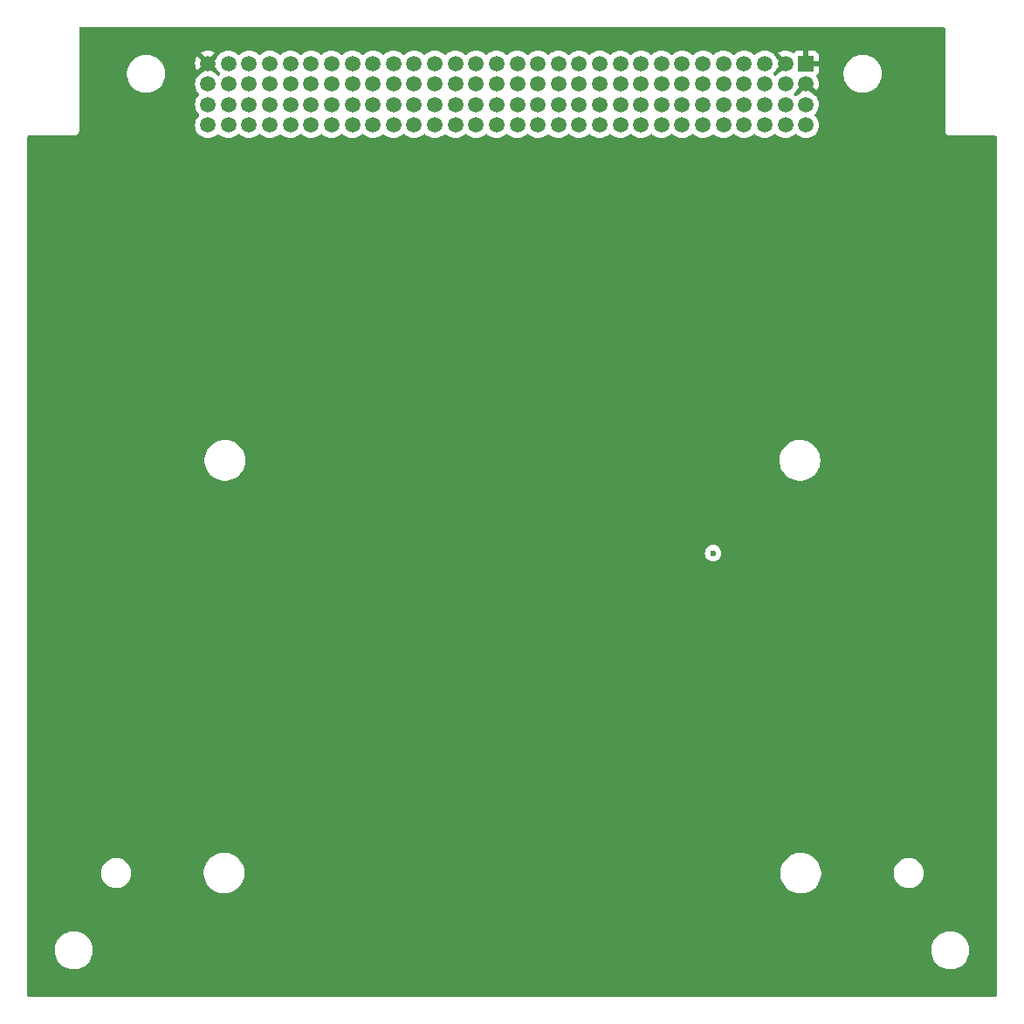
<source format=gbr>
%TF.GenerationSoftware,KiCad,Pcbnew,8.0.0*%
%TF.CreationDate,2025-01-17T01:01:01+02:00*%
%TF.ProjectId,diplomna_2024_bms_pcb_layout,6469706c-6f6d-46e6-915f-323032345f62,rev?*%
%TF.SameCoordinates,Original*%
%TF.FileFunction,Copper,L2,Inr*%
%TF.FilePolarity,Positive*%
%FSLAX46Y46*%
G04 Gerber Fmt 4.6, Leading zero omitted, Abs format (unit mm)*
G04 Created by KiCad (PCBNEW 8.0.0) date 2025-01-17 01:01:01*
%MOMM*%
%LPD*%
G01*
G04 APERTURE LIST*
%TA.AperFunction,ComponentPad*%
%ADD10R,1.500000X1.500000*%
%TD*%
%TA.AperFunction,ComponentPad*%
%ADD11C,1.500000*%
%TD*%
%TA.AperFunction,ViaPad*%
%ADD12C,0.600000*%
%TD*%
G04 APERTURE END LIST*
D10*
%TO.N,GND*%
%TO.C,J\u002A\u002A*%
X251000000Y-53500000D03*
D11*
X249000000Y-53500000D03*
%TO.N,N/C*%
X247000000Y-53500000D03*
X245000000Y-53500000D03*
X243000000Y-53500000D03*
X241000000Y-53500000D03*
X239000000Y-53500000D03*
X237000000Y-53500000D03*
X235000000Y-53500000D03*
X233000000Y-53500000D03*
X231000000Y-53500000D03*
X229000000Y-53500000D03*
X227000000Y-53500000D03*
X225000000Y-53500000D03*
X223000000Y-53500000D03*
X221000000Y-53500000D03*
X219000000Y-53500000D03*
X217000000Y-53500000D03*
X215000000Y-53500000D03*
X213000000Y-53500000D03*
X211000000Y-53500000D03*
X209000000Y-53500000D03*
X207000000Y-53500000D03*
X205000000Y-53500000D03*
X203000000Y-53500000D03*
X201000000Y-53500000D03*
X199000000Y-53500000D03*
X197000000Y-53500000D03*
X195000000Y-53500000D03*
%TO.N,GND*%
X193000000Y-53500000D03*
X251000000Y-55500000D03*
%TO.N,N/C*%
X249000000Y-55500000D03*
X247000000Y-55500000D03*
X245000000Y-55500000D03*
X243000000Y-55500000D03*
X241000000Y-55500000D03*
X239000000Y-55500000D03*
X237000000Y-55500000D03*
X235000000Y-55500000D03*
X233000000Y-55500000D03*
X231000000Y-55500000D03*
X229000000Y-55500000D03*
X227000000Y-55500000D03*
X225000000Y-55500000D03*
X223000000Y-55500000D03*
X221000000Y-55500000D03*
X219000000Y-55500000D03*
X217000000Y-55500000D03*
X215000000Y-55500000D03*
X213000000Y-55500000D03*
X211000000Y-55500000D03*
X209000000Y-55500000D03*
X207000000Y-55500000D03*
X205000000Y-55500000D03*
X203000000Y-55500000D03*
X201000000Y-55500000D03*
X199000000Y-55500000D03*
X197000000Y-55500000D03*
X195000000Y-55500000D03*
X193000000Y-55500000D03*
%TO.N,VDD*%
X251000000Y-57500000D03*
%TO.N,N/C*%
X249000000Y-57500000D03*
X247000000Y-57500000D03*
X245000000Y-57500000D03*
X243000000Y-57500000D03*
X241000000Y-57500000D03*
X239000000Y-57500000D03*
X237000000Y-57500000D03*
X235000000Y-57500000D03*
X233000000Y-57500000D03*
X231000000Y-57500000D03*
X229000000Y-57500000D03*
X227000000Y-57500000D03*
X225000000Y-57500000D03*
X223000000Y-57500000D03*
X221000000Y-57500000D03*
X219000000Y-57500000D03*
X217000000Y-57500000D03*
X215000000Y-57500000D03*
X213000000Y-57500000D03*
X211000000Y-57500000D03*
X209000000Y-57500000D03*
X207000000Y-57500000D03*
X205000000Y-57500000D03*
X203000000Y-57500000D03*
X201000000Y-57500000D03*
X199000000Y-57500000D03*
X197000000Y-57500000D03*
X195000000Y-57500000D03*
X193000000Y-57500000D03*
%TO.N,VDD*%
X251000000Y-59500000D03*
%TO.N,N/C*%
X249000000Y-59500000D03*
X247000000Y-59500000D03*
X245000000Y-59500000D03*
X243000000Y-59500000D03*
X241000000Y-59500000D03*
X239000000Y-59500000D03*
X237000000Y-59500000D03*
X235000000Y-59500000D03*
X233000000Y-59500000D03*
X231000000Y-59500000D03*
X229000000Y-59500000D03*
X227000000Y-59500000D03*
X225000000Y-59500000D03*
X223000000Y-59500000D03*
X221000000Y-59500000D03*
X219000000Y-59500000D03*
X217000000Y-59500000D03*
X215000000Y-59500000D03*
X213000000Y-59500000D03*
X211000000Y-59500000D03*
X209000000Y-59500000D03*
X207000000Y-59500000D03*
X205000000Y-59500000D03*
X203000000Y-59500000D03*
X201000000Y-59500000D03*
X199000000Y-59500000D03*
X197000000Y-59500000D03*
X195000000Y-59500000D03*
X193000000Y-59500000D03*
%TD*%
D12*
%TO.N,GND*%
X266000000Y-106000000D03*
X179500000Y-118500000D03*
%TO.N,VDD*%
X242000000Y-101000000D03*
%TD*%
%TA.AperFunction,Conductor*%
%TO.N,GND*%
G36*
X250534075Y-55692993D02*
G01*
X250599901Y-55807007D01*
X250692993Y-55900099D01*
X250807007Y-55965925D01*
X250870590Y-55982962D01*
X250515787Y-56337765D01*
X250480512Y-56362466D01*
X250372359Y-56412899D01*
X250193121Y-56538402D01*
X250087681Y-56643843D01*
X250026358Y-56677328D01*
X249956666Y-56672344D01*
X249912320Y-56643844D01*
X249856157Y-56587682D01*
X249822671Y-56526359D01*
X249827655Y-56456667D01*
X249856156Y-56412319D01*
X249906010Y-56362465D01*
X249961598Y-56306877D01*
X250087102Y-56127639D01*
X250137537Y-56019479D01*
X250162233Y-55984211D01*
X250517036Y-55629407D01*
X250534075Y-55692993D01*
G37*
%TD.AperFunction*%
%TA.AperFunction,Conductor*%
G36*
X193837764Y-53984210D02*
G01*
X193862465Y-54019486D01*
X193912897Y-54127638D01*
X193937998Y-54163486D01*
X194038402Y-54306877D01*
X194038406Y-54306881D01*
X194143844Y-54412319D01*
X194177329Y-54473642D01*
X194172345Y-54543334D01*
X194143844Y-54587681D01*
X194087681Y-54643844D01*
X194026358Y-54677329D01*
X193956666Y-54672345D01*
X193912319Y-54643844D01*
X193806881Y-54538406D01*
X193806877Y-54538402D01*
X193663486Y-54437998D01*
X193627638Y-54412897D01*
X193519486Y-54362465D01*
X193484210Y-54337764D01*
X193129409Y-53982962D01*
X193192993Y-53965925D01*
X193307007Y-53900099D01*
X193400099Y-53807007D01*
X193465925Y-53692993D01*
X193482962Y-53629409D01*
X193837764Y-53984210D01*
G37*
%TD.AperFunction*%
%TA.AperFunction,Conductor*%
G36*
X248534075Y-53692993D02*
G01*
X248599901Y-53807007D01*
X248692993Y-53900099D01*
X248807007Y-53965925D01*
X248870590Y-53982962D01*
X248515787Y-54337765D01*
X248480512Y-54362466D01*
X248372359Y-54412899D01*
X248193121Y-54538402D01*
X248087681Y-54643843D01*
X248026358Y-54677328D01*
X247956666Y-54672344D01*
X247912320Y-54643844D01*
X247856157Y-54587682D01*
X247822671Y-54526359D01*
X247827655Y-54456667D01*
X247856156Y-54412319D01*
X247906010Y-54362465D01*
X247961598Y-54306877D01*
X248087102Y-54127639D01*
X248137537Y-54019479D01*
X248162233Y-53984211D01*
X248517037Y-53629408D01*
X248534075Y-53692993D01*
G37*
%TD.AperFunction*%
%TA.AperFunction,Conductor*%
G36*
X264442539Y-50020185D02*
G01*
X264488294Y-50072989D01*
X264499500Y-50124500D01*
X264499500Y-60065891D01*
X264533608Y-60193187D01*
X264566554Y-60250250D01*
X264599500Y-60307314D01*
X264692686Y-60400500D01*
X264791521Y-60457563D01*
X264798510Y-60461598D01*
X264806814Y-60466392D01*
X264934108Y-60500500D01*
X265065892Y-60500500D01*
X269375500Y-60500500D01*
X269442539Y-60520185D01*
X269488294Y-60572989D01*
X269499500Y-60624500D01*
X269499500Y-143875500D01*
X269479815Y-143942539D01*
X269427011Y-143988294D01*
X269375500Y-143999500D01*
X175624500Y-143999500D01*
X175557461Y-143979815D01*
X175511706Y-143927011D01*
X175500500Y-143875500D01*
X175500500Y-139621288D01*
X178149500Y-139621288D01*
X178181161Y-139861785D01*
X178243947Y-140096104D01*
X178336773Y-140320205D01*
X178336776Y-140320212D01*
X178458064Y-140530289D01*
X178458066Y-140530292D01*
X178458067Y-140530293D01*
X178605733Y-140722736D01*
X178605739Y-140722743D01*
X178777256Y-140894260D01*
X178777262Y-140894265D01*
X178969711Y-141041936D01*
X179179788Y-141163224D01*
X179403900Y-141256054D01*
X179638211Y-141318838D01*
X179818586Y-141342584D01*
X179878711Y-141350500D01*
X179878712Y-141350500D01*
X180121289Y-141350500D01*
X180169388Y-141344167D01*
X180361789Y-141318838D01*
X180596100Y-141256054D01*
X180820212Y-141163224D01*
X181030289Y-141041936D01*
X181222738Y-140894265D01*
X181394265Y-140722738D01*
X181541936Y-140530289D01*
X181663224Y-140320212D01*
X181756054Y-140096100D01*
X181818838Y-139861789D01*
X181850500Y-139621288D01*
X263149500Y-139621288D01*
X263181161Y-139861785D01*
X263243947Y-140096104D01*
X263336773Y-140320205D01*
X263336776Y-140320212D01*
X263458064Y-140530289D01*
X263458066Y-140530292D01*
X263458067Y-140530293D01*
X263605733Y-140722736D01*
X263605739Y-140722743D01*
X263777256Y-140894260D01*
X263777262Y-140894265D01*
X263969711Y-141041936D01*
X264179788Y-141163224D01*
X264403900Y-141256054D01*
X264638211Y-141318838D01*
X264818586Y-141342584D01*
X264878711Y-141350500D01*
X264878712Y-141350500D01*
X265121289Y-141350500D01*
X265169388Y-141344167D01*
X265361789Y-141318838D01*
X265596100Y-141256054D01*
X265820212Y-141163224D01*
X266030289Y-141041936D01*
X266222738Y-140894265D01*
X266394265Y-140722738D01*
X266541936Y-140530289D01*
X266663224Y-140320212D01*
X266756054Y-140096100D01*
X266818838Y-139861789D01*
X266850500Y-139621288D01*
X266850500Y-139378712D01*
X266818838Y-139138211D01*
X266756054Y-138903900D01*
X266663224Y-138679788D01*
X266541936Y-138469711D01*
X266394265Y-138277262D01*
X266394260Y-138277256D01*
X266222743Y-138105739D01*
X266222736Y-138105733D01*
X266030293Y-137958067D01*
X266030292Y-137958066D01*
X266030289Y-137958064D01*
X265820212Y-137836776D01*
X265820205Y-137836773D01*
X265596104Y-137743947D01*
X265361785Y-137681161D01*
X265121289Y-137649500D01*
X265121288Y-137649500D01*
X264878712Y-137649500D01*
X264878711Y-137649500D01*
X264638214Y-137681161D01*
X264403895Y-137743947D01*
X264179794Y-137836773D01*
X264179785Y-137836777D01*
X263969706Y-137958067D01*
X263777263Y-138105733D01*
X263777256Y-138105739D01*
X263605739Y-138277256D01*
X263605733Y-138277263D01*
X263458067Y-138469706D01*
X263336777Y-138679785D01*
X263336773Y-138679794D01*
X263243947Y-138903895D01*
X263181161Y-139138214D01*
X263149500Y-139378711D01*
X263149500Y-139621288D01*
X181850500Y-139621288D01*
X181850500Y-139378712D01*
X181818838Y-139138211D01*
X181756054Y-138903900D01*
X181663224Y-138679788D01*
X181541936Y-138469711D01*
X181394265Y-138277262D01*
X181394260Y-138277256D01*
X181222743Y-138105739D01*
X181222736Y-138105733D01*
X181030293Y-137958067D01*
X181030292Y-137958066D01*
X181030289Y-137958064D01*
X180820212Y-137836776D01*
X180820205Y-137836773D01*
X180596104Y-137743947D01*
X180361785Y-137681161D01*
X180121289Y-137649500D01*
X180121288Y-137649500D01*
X179878712Y-137649500D01*
X179878711Y-137649500D01*
X179638214Y-137681161D01*
X179403895Y-137743947D01*
X179179794Y-137836773D01*
X179179785Y-137836777D01*
X178969706Y-137958067D01*
X178777263Y-138105733D01*
X178777256Y-138105739D01*
X178605739Y-138277256D01*
X178605733Y-138277263D01*
X178458067Y-138469706D01*
X178336777Y-138679785D01*
X178336773Y-138679794D01*
X178243947Y-138903895D01*
X178181161Y-139138214D01*
X178149500Y-139378711D01*
X178149500Y-139621288D01*
X175500500Y-139621288D01*
X175500500Y-132143768D01*
X182654500Y-132143768D01*
X182690093Y-132368490D01*
X182760400Y-132584876D01*
X182760401Y-132584879D01*
X182856054Y-132772607D01*
X182863697Y-132787607D01*
X182997434Y-132971680D01*
X183158320Y-133132566D01*
X183342393Y-133266303D01*
X183441825Y-133316966D01*
X183545120Y-133369598D01*
X183545123Y-133369599D01*
X183653316Y-133404752D01*
X183761511Y-133439907D01*
X183865591Y-133456391D01*
X183986232Y-133475500D01*
X183986237Y-133475500D01*
X184213768Y-133475500D01*
X184322710Y-133458244D01*
X184438489Y-133439907D01*
X184654879Y-133369598D01*
X184857607Y-133266303D01*
X185041680Y-133132566D01*
X185202566Y-132971680D01*
X185336303Y-132787607D01*
X185439598Y-132584879D01*
X185509907Y-132368489D01*
X185528244Y-132252710D01*
X185545388Y-132144474D01*
X192599500Y-132144474D01*
X192599501Y-132144491D01*
X192633299Y-132401217D01*
X192633300Y-132401222D01*
X192633301Y-132401228D01*
X192637321Y-132416230D01*
X192700324Y-132651364D01*
X192799423Y-132890609D01*
X192799427Y-132890619D01*
X192928906Y-133114883D01*
X193086551Y-133320331D01*
X193086557Y-133320338D01*
X193269661Y-133503442D01*
X193269668Y-133503448D01*
X193475116Y-133661093D01*
X193699380Y-133790572D01*
X193699381Y-133790572D01*
X193699384Y-133790574D01*
X193938634Y-133889675D01*
X194188772Y-133956699D01*
X194445519Y-133990500D01*
X194445526Y-133990500D01*
X194704474Y-133990500D01*
X194704481Y-133990500D01*
X194961228Y-133956699D01*
X195211366Y-133889675D01*
X195450616Y-133790574D01*
X195674884Y-133661093D01*
X195880333Y-133503447D01*
X196063447Y-133320333D01*
X196221093Y-133114884D01*
X196350574Y-132890616D01*
X196449675Y-132651366D01*
X196516699Y-132401228D01*
X196548526Y-132159474D01*
X248524500Y-132159474D01*
X248524501Y-132159491D01*
X248558299Y-132416217D01*
X248558300Y-132416222D01*
X248558301Y-132416228D01*
X248558302Y-132416230D01*
X248625324Y-132666364D01*
X248724423Y-132905609D01*
X248724427Y-132905619D01*
X248853906Y-133129883D01*
X249011551Y-133335331D01*
X249011557Y-133335338D01*
X249194661Y-133518442D01*
X249194668Y-133518448D01*
X249400116Y-133676093D01*
X249624380Y-133805572D01*
X249624381Y-133805572D01*
X249624384Y-133805574D01*
X249863634Y-133904675D01*
X250113772Y-133971699D01*
X250370519Y-134005500D01*
X250370526Y-134005500D01*
X250629474Y-134005500D01*
X250629481Y-134005500D01*
X250886228Y-133971699D01*
X251136366Y-133904675D01*
X251375616Y-133805574D01*
X251599884Y-133676093D01*
X251805333Y-133518447D01*
X251988447Y-133335333D01*
X252146093Y-133129884D01*
X252275574Y-132905616D01*
X252374675Y-132666366D01*
X252441699Y-132416228D01*
X252475500Y-132159481D01*
X252475500Y-132128768D01*
X259529500Y-132128768D01*
X259565093Y-132353490D01*
X259635400Y-132569876D01*
X259635401Y-132569879D01*
X259738697Y-132772607D01*
X259872434Y-132956680D01*
X260033320Y-133117566D01*
X260217393Y-133251303D01*
X260316825Y-133301966D01*
X260420120Y-133354598D01*
X260420123Y-133354599D01*
X260528316Y-133389752D01*
X260636511Y-133424907D01*
X260731218Y-133439907D01*
X260861232Y-133460500D01*
X260861237Y-133460500D01*
X261088768Y-133460500D01*
X261197710Y-133443244D01*
X261313489Y-133424907D01*
X261529879Y-133354598D01*
X261732607Y-133251303D01*
X261916680Y-133117566D01*
X262077566Y-132956680D01*
X262211303Y-132772607D01*
X262314598Y-132569879D01*
X262384907Y-132353489D01*
X262403244Y-132237710D01*
X262420500Y-132128768D01*
X262420500Y-131901231D01*
X262399793Y-131770499D01*
X262384907Y-131676511D01*
X262349752Y-131568316D01*
X262314599Y-131460123D01*
X262314598Y-131460120D01*
X262261966Y-131356825D01*
X262211303Y-131257393D01*
X262077566Y-131073320D01*
X261916680Y-130912434D01*
X261732607Y-130778697D01*
X261529879Y-130675401D01*
X261529876Y-130675400D01*
X261313490Y-130605093D01*
X261088768Y-130569500D01*
X261088763Y-130569500D01*
X260861237Y-130569500D01*
X260861232Y-130569500D01*
X260636509Y-130605093D01*
X260420123Y-130675400D01*
X260420120Y-130675401D01*
X260217392Y-130778697D01*
X260112372Y-130854998D01*
X260033320Y-130912434D01*
X260033318Y-130912436D01*
X260033317Y-130912436D01*
X259872436Y-131073317D01*
X259872436Y-131073318D01*
X259872434Y-131073320D01*
X259861536Y-131088320D01*
X259738697Y-131257392D01*
X259635401Y-131460120D01*
X259635400Y-131460123D01*
X259565093Y-131676509D01*
X259529500Y-131901231D01*
X259529500Y-132128768D01*
X252475500Y-132128768D01*
X252475500Y-131900519D01*
X252441699Y-131643772D01*
X252374675Y-131393634D01*
X252275574Y-131154384D01*
X252266917Y-131139390D01*
X252146093Y-130930116D01*
X251988448Y-130724668D01*
X251988442Y-130724661D01*
X251805338Y-130541557D01*
X251805331Y-130541551D01*
X251599883Y-130383906D01*
X251375619Y-130254427D01*
X251375609Y-130254423D01*
X251136364Y-130155324D01*
X251011297Y-130121813D01*
X250886228Y-130088301D01*
X250886222Y-130088300D01*
X250886217Y-130088299D01*
X250629491Y-130054501D01*
X250629486Y-130054500D01*
X250629481Y-130054500D01*
X250370519Y-130054500D01*
X250370513Y-130054500D01*
X250370508Y-130054501D01*
X250113782Y-130088299D01*
X250113775Y-130088300D01*
X250113772Y-130088301D01*
X250060908Y-130102465D01*
X249863635Y-130155324D01*
X249624390Y-130254423D01*
X249624380Y-130254427D01*
X249400116Y-130383906D01*
X249194668Y-130541551D01*
X249194661Y-130541557D01*
X249011557Y-130724661D01*
X249011551Y-130724668D01*
X248853906Y-130930116D01*
X248724427Y-131154380D01*
X248724423Y-131154390D01*
X248625324Y-131393635D01*
X248558302Y-131643769D01*
X248558299Y-131643782D01*
X248524501Y-131900508D01*
X248524500Y-131900525D01*
X248524500Y-132159474D01*
X196548526Y-132159474D01*
X196550500Y-132144481D01*
X196550500Y-131885519D01*
X196516699Y-131628772D01*
X196449675Y-131378634D01*
X196350574Y-131139384D01*
X196321090Y-131088317D01*
X196221093Y-130915116D01*
X196063448Y-130709668D01*
X196063442Y-130709661D01*
X195880338Y-130526557D01*
X195880331Y-130526551D01*
X195674883Y-130368906D01*
X195450619Y-130239427D01*
X195450609Y-130239423D01*
X195211364Y-130140324D01*
X195086297Y-130106813D01*
X194961228Y-130073301D01*
X194961222Y-130073300D01*
X194961217Y-130073299D01*
X194704491Y-130039501D01*
X194704486Y-130039500D01*
X194704481Y-130039500D01*
X194445519Y-130039500D01*
X194445513Y-130039500D01*
X194445508Y-130039501D01*
X194188782Y-130073299D01*
X194188775Y-130073300D01*
X194188772Y-130073301D01*
X194135908Y-130087465D01*
X193938635Y-130140324D01*
X193699390Y-130239423D01*
X193699380Y-130239427D01*
X193475116Y-130368906D01*
X193269668Y-130526551D01*
X193269661Y-130526557D01*
X193086557Y-130709661D01*
X193086551Y-130709668D01*
X192928906Y-130915116D01*
X192799427Y-131139380D01*
X192799423Y-131139390D01*
X192700324Y-131378635D01*
X192633302Y-131628769D01*
X192633299Y-131628782D01*
X192599501Y-131885508D01*
X192599500Y-131885525D01*
X192599500Y-132144474D01*
X185545388Y-132144474D01*
X185545500Y-132143768D01*
X185545500Y-131916231D01*
X185524793Y-131785499D01*
X185509907Y-131691511D01*
X185439598Y-131475121D01*
X185439598Y-131475120D01*
X185336302Y-131272392D01*
X185202566Y-131088320D01*
X185041680Y-130927434D01*
X184857607Y-130793697D01*
X184828168Y-130778697D01*
X184654879Y-130690401D01*
X184654876Y-130690400D01*
X184438490Y-130620093D01*
X184213768Y-130584500D01*
X184213763Y-130584500D01*
X183986237Y-130584500D01*
X183986232Y-130584500D01*
X183761509Y-130620093D01*
X183545123Y-130690400D01*
X183545120Y-130690401D01*
X183342392Y-130793697D01*
X183237372Y-130869998D01*
X183158320Y-130927434D01*
X183158318Y-130927436D01*
X183158317Y-130927436D01*
X182997436Y-131088317D01*
X182997436Y-131088318D01*
X182997434Y-131088320D01*
X182949439Y-131154380D01*
X182863697Y-131272392D01*
X182760401Y-131475120D01*
X182760400Y-131475123D01*
X182690093Y-131691509D01*
X182654500Y-131916231D01*
X182654500Y-132143768D01*
X175500500Y-132143768D01*
X175500500Y-101000003D01*
X241194435Y-101000003D01*
X241214630Y-101179249D01*
X241214631Y-101179254D01*
X241274211Y-101349523D01*
X241370184Y-101502262D01*
X241497738Y-101629816D01*
X241650478Y-101725789D01*
X241820745Y-101785368D01*
X241820750Y-101785369D01*
X241999996Y-101805565D01*
X242000000Y-101805565D01*
X242000004Y-101805565D01*
X242179249Y-101785369D01*
X242179252Y-101785368D01*
X242179255Y-101785368D01*
X242349522Y-101725789D01*
X242502262Y-101629816D01*
X242629816Y-101502262D01*
X242725789Y-101349522D01*
X242785368Y-101179255D01*
X242805565Y-101000000D01*
X242785368Y-100820745D01*
X242725789Y-100650478D01*
X242629816Y-100497738D01*
X242502262Y-100370184D01*
X242349523Y-100274211D01*
X242179254Y-100214631D01*
X242179249Y-100214630D01*
X242000004Y-100194435D01*
X241999996Y-100194435D01*
X241820750Y-100214630D01*
X241820745Y-100214631D01*
X241650476Y-100274211D01*
X241497737Y-100370184D01*
X241370184Y-100497737D01*
X241274211Y-100650476D01*
X241214631Y-100820745D01*
X241214630Y-100820750D01*
X241194435Y-100999996D01*
X241194435Y-101000003D01*
X175500500Y-101000003D01*
X175500500Y-92129474D01*
X192674500Y-92129474D01*
X192674501Y-92129491D01*
X192708299Y-92386217D01*
X192708300Y-92386222D01*
X192708301Y-92386228D01*
X192708302Y-92386230D01*
X192775324Y-92636364D01*
X192874423Y-92875609D01*
X192874427Y-92875619D01*
X193003906Y-93099883D01*
X193161551Y-93305331D01*
X193161557Y-93305338D01*
X193344661Y-93488442D01*
X193344668Y-93488448D01*
X193550116Y-93646093D01*
X193774380Y-93775572D01*
X193774381Y-93775572D01*
X193774384Y-93775574D01*
X194013634Y-93874675D01*
X194263772Y-93941699D01*
X194520519Y-93975500D01*
X194520526Y-93975500D01*
X194779474Y-93975500D01*
X194779481Y-93975500D01*
X195036228Y-93941699D01*
X195286366Y-93874675D01*
X195525616Y-93775574D01*
X195749884Y-93646093D01*
X195955333Y-93488447D01*
X196138447Y-93305333D01*
X196296093Y-93099884D01*
X196425574Y-92875616D01*
X196524675Y-92636366D01*
X196591699Y-92386228D01*
X196625500Y-92129481D01*
X196625500Y-92114474D01*
X248449500Y-92114474D01*
X248449501Y-92114491D01*
X248483299Y-92371217D01*
X248483300Y-92371222D01*
X248483301Y-92371228D01*
X248487321Y-92386230D01*
X248550324Y-92621364D01*
X248649423Y-92860609D01*
X248649427Y-92860619D01*
X248778906Y-93084883D01*
X248936551Y-93290331D01*
X248936557Y-93290338D01*
X249119661Y-93473442D01*
X249119668Y-93473448D01*
X249325116Y-93631093D01*
X249549380Y-93760572D01*
X249549381Y-93760572D01*
X249549384Y-93760574D01*
X249788634Y-93859675D01*
X250038772Y-93926699D01*
X250295519Y-93960500D01*
X250295526Y-93960500D01*
X250554474Y-93960500D01*
X250554481Y-93960500D01*
X250811228Y-93926699D01*
X251061366Y-93859675D01*
X251300616Y-93760574D01*
X251524884Y-93631093D01*
X251730333Y-93473447D01*
X251913447Y-93290333D01*
X252071093Y-93084884D01*
X252200574Y-92860616D01*
X252299675Y-92621366D01*
X252366699Y-92371228D01*
X252400500Y-92114481D01*
X252400500Y-91855519D01*
X252366699Y-91598772D01*
X252299675Y-91348634D01*
X252200574Y-91109384D01*
X252071093Y-90885116D01*
X251913447Y-90679667D01*
X251913442Y-90679661D01*
X251730338Y-90496557D01*
X251730331Y-90496551D01*
X251524883Y-90338906D01*
X251300619Y-90209427D01*
X251300609Y-90209423D01*
X251061364Y-90110324D01*
X250936297Y-90076813D01*
X250811228Y-90043301D01*
X250811222Y-90043300D01*
X250811217Y-90043299D01*
X250554491Y-90009501D01*
X250554486Y-90009500D01*
X250554481Y-90009500D01*
X250295519Y-90009500D01*
X250295513Y-90009500D01*
X250295508Y-90009501D01*
X250038782Y-90043299D01*
X250038775Y-90043300D01*
X250038772Y-90043301D01*
X249985908Y-90057465D01*
X249788635Y-90110324D01*
X249549390Y-90209423D01*
X249549380Y-90209427D01*
X249325116Y-90338906D01*
X249119668Y-90496551D01*
X249119661Y-90496557D01*
X248936557Y-90679661D01*
X248936551Y-90679668D01*
X248778906Y-90885116D01*
X248649427Y-91109380D01*
X248649423Y-91109390D01*
X248550324Y-91348635D01*
X248483302Y-91598769D01*
X248483299Y-91598782D01*
X248449501Y-91855508D01*
X248449500Y-91855525D01*
X248449500Y-92114474D01*
X196625500Y-92114474D01*
X196625500Y-91870519D01*
X196591699Y-91613772D01*
X196524675Y-91363634D01*
X196425574Y-91124384D01*
X196416917Y-91109390D01*
X196296093Y-90900116D01*
X196138448Y-90694668D01*
X196138442Y-90694661D01*
X195955338Y-90511557D01*
X195955331Y-90511551D01*
X195749883Y-90353906D01*
X195525619Y-90224427D01*
X195525609Y-90224423D01*
X195286364Y-90125324D01*
X195161297Y-90091813D01*
X195036228Y-90058301D01*
X195036222Y-90058300D01*
X195036217Y-90058299D01*
X194779491Y-90024501D01*
X194779486Y-90024500D01*
X194779481Y-90024500D01*
X194520519Y-90024500D01*
X194520513Y-90024500D01*
X194520508Y-90024501D01*
X194263782Y-90058299D01*
X194263775Y-90058300D01*
X194263772Y-90058301D01*
X194210908Y-90072465D01*
X194013635Y-90125324D01*
X193774390Y-90224423D01*
X193774380Y-90224427D01*
X193550116Y-90353906D01*
X193344668Y-90511551D01*
X193344661Y-90511557D01*
X193161557Y-90694661D01*
X193161551Y-90694668D01*
X193003906Y-90900116D01*
X192874427Y-91124380D01*
X192874423Y-91124390D01*
X192775324Y-91363635D01*
X192708302Y-91613769D01*
X192708299Y-91613782D01*
X192674501Y-91870508D01*
X192674500Y-91870525D01*
X192674500Y-92129474D01*
X175500500Y-92129474D01*
X175500500Y-60624500D01*
X175520185Y-60557461D01*
X175572989Y-60511706D01*
X175624500Y-60500500D01*
X180065890Y-60500500D01*
X180065892Y-60500500D01*
X180193186Y-60466392D01*
X180307314Y-60400500D01*
X180400500Y-60307314D01*
X180466392Y-60193186D01*
X180500500Y-60065892D01*
X180500500Y-59500000D01*
X191744723Y-59500000D01*
X191761580Y-59692686D01*
X191763793Y-59717975D01*
X191763793Y-59717979D01*
X191820422Y-59929322D01*
X191820424Y-59929326D01*
X191820425Y-59929330D01*
X191866661Y-60028484D01*
X191912897Y-60127638D01*
X191912898Y-60127639D01*
X192038402Y-60306877D01*
X192193123Y-60461598D01*
X192372361Y-60587102D01*
X192570670Y-60679575D01*
X192782023Y-60736207D01*
X192964926Y-60752208D01*
X192999998Y-60755277D01*
X193000000Y-60755277D01*
X193000002Y-60755277D01*
X193028254Y-60752805D01*
X193217977Y-60736207D01*
X193429330Y-60679575D01*
X193627639Y-60587102D01*
X193806877Y-60461598D01*
X193912319Y-60356156D01*
X193973642Y-60322671D01*
X194043334Y-60327655D01*
X194087681Y-60356156D01*
X194193123Y-60461598D01*
X194372361Y-60587102D01*
X194570670Y-60679575D01*
X194782023Y-60736207D01*
X194964926Y-60752208D01*
X194999998Y-60755277D01*
X195000000Y-60755277D01*
X195000002Y-60755277D01*
X195028254Y-60752805D01*
X195217977Y-60736207D01*
X195429330Y-60679575D01*
X195627639Y-60587102D01*
X195806877Y-60461598D01*
X195912319Y-60356156D01*
X195973642Y-60322671D01*
X196043334Y-60327655D01*
X196087681Y-60356156D01*
X196193123Y-60461598D01*
X196372361Y-60587102D01*
X196570670Y-60679575D01*
X196782023Y-60736207D01*
X196964926Y-60752208D01*
X196999998Y-60755277D01*
X197000000Y-60755277D01*
X197000002Y-60755277D01*
X197028254Y-60752805D01*
X197217977Y-60736207D01*
X197429330Y-60679575D01*
X197627639Y-60587102D01*
X197806877Y-60461598D01*
X197912319Y-60356156D01*
X197973642Y-60322671D01*
X198043334Y-60327655D01*
X198087681Y-60356156D01*
X198193123Y-60461598D01*
X198372361Y-60587102D01*
X198570670Y-60679575D01*
X198782023Y-60736207D01*
X198964926Y-60752208D01*
X198999998Y-60755277D01*
X199000000Y-60755277D01*
X199000002Y-60755277D01*
X199028254Y-60752805D01*
X199217977Y-60736207D01*
X199429330Y-60679575D01*
X199627639Y-60587102D01*
X199806877Y-60461598D01*
X199912319Y-60356156D01*
X199973642Y-60322671D01*
X200043334Y-60327655D01*
X200087681Y-60356156D01*
X200193123Y-60461598D01*
X200372361Y-60587102D01*
X200570670Y-60679575D01*
X200782023Y-60736207D01*
X200964926Y-60752208D01*
X200999998Y-60755277D01*
X201000000Y-60755277D01*
X201000002Y-60755277D01*
X201028254Y-60752805D01*
X201217977Y-60736207D01*
X201429330Y-60679575D01*
X201627639Y-60587102D01*
X201806877Y-60461598D01*
X201912319Y-60356156D01*
X201973642Y-60322671D01*
X202043334Y-60327655D01*
X202087681Y-60356156D01*
X202193123Y-60461598D01*
X202372361Y-60587102D01*
X202570670Y-60679575D01*
X202782023Y-60736207D01*
X202964926Y-60752208D01*
X202999998Y-60755277D01*
X203000000Y-60755277D01*
X203000002Y-60755277D01*
X203028254Y-60752805D01*
X203217977Y-60736207D01*
X203429330Y-60679575D01*
X203627639Y-60587102D01*
X203806877Y-60461598D01*
X203912319Y-60356156D01*
X203973642Y-60322671D01*
X204043334Y-60327655D01*
X204087681Y-60356156D01*
X204193123Y-60461598D01*
X204372361Y-60587102D01*
X204570670Y-60679575D01*
X204782023Y-60736207D01*
X204964926Y-60752208D01*
X204999998Y-60755277D01*
X205000000Y-60755277D01*
X205000002Y-60755277D01*
X205028254Y-60752805D01*
X205217977Y-60736207D01*
X205429330Y-60679575D01*
X205627639Y-60587102D01*
X205806877Y-60461598D01*
X205912319Y-60356156D01*
X205973642Y-60322671D01*
X206043334Y-60327655D01*
X206087681Y-60356156D01*
X206193123Y-60461598D01*
X206372361Y-60587102D01*
X206570670Y-60679575D01*
X206782023Y-60736207D01*
X206964926Y-60752208D01*
X206999998Y-60755277D01*
X207000000Y-60755277D01*
X207000002Y-60755277D01*
X207028254Y-60752805D01*
X207217977Y-60736207D01*
X207429330Y-60679575D01*
X207627639Y-60587102D01*
X207806877Y-60461598D01*
X207912319Y-60356156D01*
X207973642Y-60322671D01*
X208043334Y-60327655D01*
X208087681Y-60356156D01*
X208193123Y-60461598D01*
X208372361Y-60587102D01*
X208570670Y-60679575D01*
X208782023Y-60736207D01*
X208964926Y-60752208D01*
X208999998Y-60755277D01*
X209000000Y-60755277D01*
X209000002Y-60755277D01*
X209028254Y-60752805D01*
X209217977Y-60736207D01*
X209429330Y-60679575D01*
X209627639Y-60587102D01*
X209806877Y-60461598D01*
X209912319Y-60356156D01*
X209973642Y-60322671D01*
X210043334Y-60327655D01*
X210087681Y-60356156D01*
X210193123Y-60461598D01*
X210372361Y-60587102D01*
X210570670Y-60679575D01*
X210782023Y-60736207D01*
X210964926Y-60752208D01*
X210999998Y-60755277D01*
X211000000Y-60755277D01*
X211000002Y-60755277D01*
X211028254Y-60752805D01*
X211217977Y-60736207D01*
X211429330Y-60679575D01*
X211627639Y-60587102D01*
X211806877Y-60461598D01*
X211912319Y-60356156D01*
X211973642Y-60322671D01*
X212043334Y-60327655D01*
X212087681Y-60356156D01*
X212193123Y-60461598D01*
X212372361Y-60587102D01*
X212570670Y-60679575D01*
X212782023Y-60736207D01*
X212964926Y-60752208D01*
X212999998Y-60755277D01*
X213000000Y-60755277D01*
X213000002Y-60755277D01*
X213028254Y-60752805D01*
X213217977Y-60736207D01*
X213429330Y-60679575D01*
X213627639Y-60587102D01*
X213806877Y-60461598D01*
X213912319Y-60356156D01*
X213973642Y-60322671D01*
X214043334Y-60327655D01*
X214087681Y-60356156D01*
X214193123Y-60461598D01*
X214372361Y-60587102D01*
X214570670Y-60679575D01*
X214782023Y-60736207D01*
X214964926Y-60752208D01*
X214999998Y-60755277D01*
X215000000Y-60755277D01*
X215000002Y-60755277D01*
X215028254Y-60752805D01*
X215217977Y-60736207D01*
X215429330Y-60679575D01*
X215627639Y-60587102D01*
X215806877Y-60461598D01*
X215912319Y-60356156D01*
X215973642Y-60322671D01*
X216043334Y-60327655D01*
X216087681Y-60356156D01*
X216193123Y-60461598D01*
X216372361Y-60587102D01*
X216570670Y-60679575D01*
X216782023Y-60736207D01*
X216964926Y-60752208D01*
X216999998Y-60755277D01*
X217000000Y-60755277D01*
X217000002Y-60755277D01*
X217028254Y-60752805D01*
X217217977Y-60736207D01*
X217429330Y-60679575D01*
X217627639Y-60587102D01*
X217806877Y-60461598D01*
X217912319Y-60356156D01*
X217973642Y-60322671D01*
X218043334Y-60327655D01*
X218087681Y-60356156D01*
X218193123Y-60461598D01*
X218372361Y-60587102D01*
X218570670Y-60679575D01*
X218782023Y-60736207D01*
X218964926Y-60752208D01*
X218999998Y-60755277D01*
X219000000Y-60755277D01*
X219000002Y-60755277D01*
X219028254Y-60752805D01*
X219217977Y-60736207D01*
X219429330Y-60679575D01*
X219627639Y-60587102D01*
X219806877Y-60461598D01*
X219912319Y-60356156D01*
X219973642Y-60322671D01*
X220043334Y-60327655D01*
X220087681Y-60356156D01*
X220193123Y-60461598D01*
X220372361Y-60587102D01*
X220570670Y-60679575D01*
X220782023Y-60736207D01*
X220964926Y-60752208D01*
X220999998Y-60755277D01*
X221000000Y-60755277D01*
X221000002Y-60755277D01*
X221028254Y-60752805D01*
X221217977Y-60736207D01*
X221429330Y-60679575D01*
X221627639Y-60587102D01*
X221806877Y-60461598D01*
X221912319Y-60356156D01*
X221973642Y-60322671D01*
X222043334Y-60327655D01*
X222087681Y-60356156D01*
X222193123Y-60461598D01*
X222372361Y-60587102D01*
X222570670Y-60679575D01*
X222782023Y-60736207D01*
X222964926Y-60752208D01*
X222999998Y-60755277D01*
X223000000Y-60755277D01*
X223000002Y-60755277D01*
X223028254Y-60752805D01*
X223217977Y-60736207D01*
X223429330Y-60679575D01*
X223627639Y-60587102D01*
X223806877Y-60461598D01*
X223912319Y-60356156D01*
X223973642Y-60322671D01*
X224043334Y-60327655D01*
X224087681Y-60356156D01*
X224193123Y-60461598D01*
X224372361Y-60587102D01*
X224570670Y-60679575D01*
X224782023Y-60736207D01*
X224964926Y-60752208D01*
X224999998Y-60755277D01*
X225000000Y-60755277D01*
X225000002Y-60755277D01*
X225028254Y-60752805D01*
X225217977Y-60736207D01*
X225429330Y-60679575D01*
X225627639Y-60587102D01*
X225806877Y-60461598D01*
X225912319Y-60356156D01*
X225973642Y-60322671D01*
X226043334Y-60327655D01*
X226087681Y-60356156D01*
X226193123Y-60461598D01*
X226372361Y-60587102D01*
X226570670Y-60679575D01*
X226782023Y-60736207D01*
X226964926Y-60752208D01*
X226999998Y-60755277D01*
X227000000Y-60755277D01*
X227000002Y-60755277D01*
X227028254Y-60752805D01*
X227217977Y-60736207D01*
X227429330Y-60679575D01*
X227627639Y-60587102D01*
X227806877Y-60461598D01*
X227912319Y-60356156D01*
X227973642Y-60322671D01*
X228043334Y-60327655D01*
X228087681Y-60356156D01*
X228193123Y-60461598D01*
X228372361Y-60587102D01*
X228570670Y-60679575D01*
X228782023Y-60736207D01*
X228964926Y-60752208D01*
X228999998Y-60755277D01*
X229000000Y-60755277D01*
X229000002Y-60755277D01*
X229028254Y-60752805D01*
X229217977Y-60736207D01*
X229429330Y-60679575D01*
X229627639Y-60587102D01*
X229806877Y-60461598D01*
X229912319Y-60356156D01*
X229973642Y-60322671D01*
X230043334Y-60327655D01*
X230087681Y-60356156D01*
X230193123Y-60461598D01*
X230372361Y-60587102D01*
X230570670Y-60679575D01*
X230782023Y-60736207D01*
X230964926Y-60752208D01*
X230999998Y-60755277D01*
X231000000Y-60755277D01*
X231000002Y-60755277D01*
X231028254Y-60752805D01*
X231217977Y-60736207D01*
X231429330Y-60679575D01*
X231627639Y-60587102D01*
X231806877Y-60461598D01*
X231912319Y-60356156D01*
X231973642Y-60322671D01*
X232043334Y-60327655D01*
X232087681Y-60356156D01*
X232193123Y-60461598D01*
X232372361Y-60587102D01*
X232570670Y-60679575D01*
X232782023Y-60736207D01*
X232964926Y-60752208D01*
X232999998Y-60755277D01*
X233000000Y-60755277D01*
X233000002Y-60755277D01*
X233028254Y-60752805D01*
X233217977Y-60736207D01*
X233429330Y-60679575D01*
X233627639Y-60587102D01*
X233806877Y-60461598D01*
X233912319Y-60356156D01*
X233973642Y-60322671D01*
X234043334Y-60327655D01*
X234087681Y-60356156D01*
X234193123Y-60461598D01*
X234372361Y-60587102D01*
X234570670Y-60679575D01*
X234782023Y-60736207D01*
X234964926Y-60752208D01*
X234999998Y-60755277D01*
X235000000Y-60755277D01*
X235000002Y-60755277D01*
X235028254Y-60752805D01*
X235217977Y-60736207D01*
X235429330Y-60679575D01*
X235627639Y-60587102D01*
X235806877Y-60461598D01*
X235912319Y-60356156D01*
X235973642Y-60322671D01*
X236043334Y-60327655D01*
X236087681Y-60356156D01*
X236193123Y-60461598D01*
X236372361Y-60587102D01*
X236570670Y-60679575D01*
X236782023Y-60736207D01*
X236964926Y-60752208D01*
X236999998Y-60755277D01*
X237000000Y-60755277D01*
X237000002Y-60755277D01*
X237028254Y-60752805D01*
X237217977Y-60736207D01*
X237429330Y-60679575D01*
X237627639Y-60587102D01*
X237806877Y-60461598D01*
X237912319Y-60356156D01*
X237973642Y-60322671D01*
X238043334Y-60327655D01*
X238087681Y-60356156D01*
X238193123Y-60461598D01*
X238372361Y-60587102D01*
X238570670Y-60679575D01*
X238782023Y-60736207D01*
X238964926Y-60752208D01*
X238999998Y-60755277D01*
X239000000Y-60755277D01*
X239000002Y-60755277D01*
X239028254Y-60752805D01*
X239217977Y-60736207D01*
X239429330Y-60679575D01*
X239627639Y-60587102D01*
X239806877Y-60461598D01*
X239912319Y-60356156D01*
X239973642Y-60322671D01*
X240043334Y-60327655D01*
X240087681Y-60356156D01*
X240193123Y-60461598D01*
X240372361Y-60587102D01*
X240570670Y-60679575D01*
X240782023Y-60736207D01*
X240964926Y-60752208D01*
X240999998Y-60755277D01*
X241000000Y-60755277D01*
X241000002Y-60755277D01*
X241028254Y-60752805D01*
X241217977Y-60736207D01*
X241429330Y-60679575D01*
X241627639Y-60587102D01*
X241806877Y-60461598D01*
X241912319Y-60356156D01*
X241973642Y-60322671D01*
X242043334Y-60327655D01*
X242087681Y-60356156D01*
X242193123Y-60461598D01*
X242372361Y-60587102D01*
X242570670Y-60679575D01*
X242782023Y-60736207D01*
X242964926Y-60752208D01*
X242999998Y-60755277D01*
X243000000Y-60755277D01*
X243000002Y-60755277D01*
X243028254Y-60752805D01*
X243217977Y-60736207D01*
X243429330Y-60679575D01*
X243627639Y-60587102D01*
X243806877Y-60461598D01*
X243912319Y-60356156D01*
X243973642Y-60322671D01*
X244043334Y-60327655D01*
X244087681Y-60356156D01*
X244193123Y-60461598D01*
X244372361Y-60587102D01*
X244570670Y-60679575D01*
X244782023Y-60736207D01*
X244964926Y-60752208D01*
X244999998Y-60755277D01*
X245000000Y-60755277D01*
X245000002Y-60755277D01*
X245028254Y-60752805D01*
X245217977Y-60736207D01*
X245429330Y-60679575D01*
X245627639Y-60587102D01*
X245806877Y-60461598D01*
X245912319Y-60356156D01*
X245973642Y-60322671D01*
X246043334Y-60327655D01*
X246087681Y-60356156D01*
X246193123Y-60461598D01*
X246372361Y-60587102D01*
X246570670Y-60679575D01*
X246782023Y-60736207D01*
X246964926Y-60752208D01*
X246999998Y-60755277D01*
X247000000Y-60755277D01*
X247000002Y-60755277D01*
X247028254Y-60752805D01*
X247217977Y-60736207D01*
X247429330Y-60679575D01*
X247627639Y-60587102D01*
X247806877Y-60461598D01*
X247912319Y-60356156D01*
X247973642Y-60322671D01*
X248043334Y-60327655D01*
X248087681Y-60356156D01*
X248193123Y-60461598D01*
X248372361Y-60587102D01*
X248570670Y-60679575D01*
X248782023Y-60736207D01*
X248964926Y-60752208D01*
X248999998Y-60755277D01*
X249000000Y-60755277D01*
X249000002Y-60755277D01*
X249028254Y-60752805D01*
X249217977Y-60736207D01*
X249429330Y-60679575D01*
X249627639Y-60587102D01*
X249806877Y-60461598D01*
X249912319Y-60356156D01*
X249973642Y-60322671D01*
X250043334Y-60327655D01*
X250087681Y-60356156D01*
X250193123Y-60461598D01*
X250372361Y-60587102D01*
X250570670Y-60679575D01*
X250782023Y-60736207D01*
X250964926Y-60752208D01*
X250999998Y-60755277D01*
X251000000Y-60755277D01*
X251000002Y-60755277D01*
X251028254Y-60752805D01*
X251217977Y-60736207D01*
X251429330Y-60679575D01*
X251627639Y-60587102D01*
X251806877Y-60461598D01*
X251961598Y-60306877D01*
X252087102Y-60127639D01*
X252179575Y-59929330D01*
X252236207Y-59717977D01*
X252255277Y-59500000D01*
X252255233Y-59499500D01*
X252251569Y-59457618D01*
X252236207Y-59282023D01*
X252179575Y-59070670D01*
X252087102Y-58872362D01*
X252087100Y-58872359D01*
X252087099Y-58872357D01*
X251961597Y-58693121D01*
X251856156Y-58587680D01*
X251822671Y-58526357D01*
X251827655Y-58456665D01*
X251856152Y-58412322D01*
X251961598Y-58306877D01*
X252087102Y-58127639D01*
X252179575Y-57929330D01*
X252236207Y-57717977D01*
X252255277Y-57500000D01*
X252236207Y-57282023D01*
X252179575Y-57070670D01*
X252087102Y-56872362D01*
X252087100Y-56872359D01*
X252087099Y-56872357D01*
X251961599Y-56693124D01*
X251912318Y-56643843D01*
X251806877Y-56538402D01*
X251668978Y-56441844D01*
X251627638Y-56412897D01*
X251519486Y-56362465D01*
X251484210Y-56337764D01*
X251129409Y-55982962D01*
X251192993Y-55965925D01*
X251307007Y-55900099D01*
X251400099Y-55807007D01*
X251465925Y-55692993D01*
X251482962Y-55629409D01*
X252043124Y-56189570D01*
X252086668Y-56127385D01*
X252086669Y-56127383D01*
X252179100Y-55929164D01*
X252179105Y-55929150D01*
X252235710Y-55717894D01*
X252235712Y-55717884D01*
X252254775Y-55500000D01*
X252254775Y-55499999D01*
X252235712Y-55282115D01*
X252235710Y-55282105D01*
X252179105Y-55070849D01*
X252179101Y-55070840D01*
X252086666Y-54872612D01*
X252086662Y-54872606D01*
X252040690Y-54806951D01*
X252018362Y-54740745D01*
X252035372Y-54672978D01*
X252067953Y-54636560D01*
X252088353Y-54621288D01*
X254649500Y-54621288D01*
X254681161Y-54861785D01*
X254743947Y-55096104D01*
X254820996Y-55282115D01*
X254836776Y-55320212D01*
X254958064Y-55530289D01*
X254958066Y-55530292D01*
X254958067Y-55530293D01*
X255105733Y-55722736D01*
X255105739Y-55722743D01*
X255277256Y-55894260D01*
X255277262Y-55894265D01*
X255469711Y-56041936D01*
X255679788Y-56163224D01*
X255903900Y-56256054D01*
X256138211Y-56318838D01*
X256318586Y-56342584D01*
X256378711Y-56350500D01*
X256378712Y-56350500D01*
X256621289Y-56350500D01*
X256669388Y-56344167D01*
X256861789Y-56318838D01*
X257096100Y-56256054D01*
X257320212Y-56163224D01*
X257530289Y-56041936D01*
X257722738Y-55894265D01*
X257894265Y-55722738D01*
X258041936Y-55530289D01*
X258163224Y-55320212D01*
X258256054Y-55096100D01*
X258318838Y-54861789D01*
X258350500Y-54621288D01*
X258350500Y-54378712D01*
X258318838Y-54138211D01*
X258256054Y-53903900D01*
X258163224Y-53679788D01*
X258041936Y-53469711D01*
X257894265Y-53277262D01*
X257894260Y-53277256D01*
X257722743Y-53105739D01*
X257722736Y-53105733D01*
X257530293Y-52958067D01*
X257530292Y-52958066D01*
X257530289Y-52958064D01*
X257320212Y-52836776D01*
X257320205Y-52836773D01*
X257096104Y-52743947D01*
X256906431Y-52693124D01*
X256861789Y-52681162D01*
X256861788Y-52681161D01*
X256861785Y-52681161D01*
X256621289Y-52649500D01*
X256621288Y-52649500D01*
X256378712Y-52649500D01*
X256378711Y-52649500D01*
X256138214Y-52681161D01*
X255903895Y-52743947D01*
X255679794Y-52836773D01*
X255679785Y-52836777D01*
X255469706Y-52958067D01*
X255277263Y-53105733D01*
X255277256Y-53105739D01*
X255105739Y-53277256D01*
X255105733Y-53277263D01*
X254958067Y-53469706D01*
X254958064Y-53469710D01*
X254958064Y-53469711D01*
X254941817Y-53497851D01*
X254836777Y-53679785D01*
X254836773Y-53679794D01*
X254743947Y-53903895D01*
X254681161Y-54138214D01*
X254649500Y-54378711D01*
X254649500Y-54621288D01*
X252088353Y-54621288D01*
X252107191Y-54607186D01*
X252193350Y-54492093D01*
X252193354Y-54492086D01*
X252243596Y-54357379D01*
X252243598Y-54357372D01*
X252249999Y-54297844D01*
X252250000Y-54297827D01*
X252250000Y-53750000D01*
X251433012Y-53750000D01*
X251465925Y-53692993D01*
X251500000Y-53565826D01*
X251500000Y-53434174D01*
X251465925Y-53307007D01*
X251433012Y-53250000D01*
X252250000Y-53250000D01*
X252250000Y-52702172D01*
X252249999Y-52702155D01*
X252243598Y-52642627D01*
X252243596Y-52642620D01*
X252193354Y-52507913D01*
X252193350Y-52507906D01*
X252107190Y-52392812D01*
X252107187Y-52392809D01*
X251992093Y-52306649D01*
X251992086Y-52306645D01*
X251857379Y-52256403D01*
X251857372Y-52256401D01*
X251797844Y-52250000D01*
X251250000Y-52250000D01*
X251250000Y-53066988D01*
X251192993Y-53034075D01*
X251065826Y-53000000D01*
X250934174Y-53000000D01*
X250807007Y-53034075D01*
X250750000Y-53066988D01*
X250750000Y-52250000D01*
X250202155Y-52250000D01*
X250142627Y-52256401D01*
X250142620Y-52256403D01*
X250007913Y-52306645D01*
X250007906Y-52306649D01*
X249892813Y-52392808D01*
X249863439Y-52432047D01*
X249807504Y-52473917D01*
X249737812Y-52478900D01*
X249693050Y-52459309D01*
X249627392Y-52413336D01*
X249627388Y-52413333D01*
X249429159Y-52320898D01*
X249429150Y-52320894D01*
X249217894Y-52264289D01*
X249217884Y-52264287D01*
X249000001Y-52245225D01*
X248999999Y-52245225D01*
X248782115Y-52264287D01*
X248782105Y-52264289D01*
X248570849Y-52320894D01*
X248570840Y-52320898D01*
X248372613Y-52413333D01*
X248310427Y-52456874D01*
X248870590Y-53017037D01*
X248807007Y-53034075D01*
X248692993Y-53099901D01*
X248599901Y-53192993D01*
X248534075Y-53307007D01*
X248517037Y-53370590D01*
X248162234Y-53015788D01*
X248137533Y-52980512D01*
X248127067Y-52958067D01*
X248087102Y-52872362D01*
X247967934Y-52702172D01*
X247961599Y-52693124D01*
X247911095Y-52642620D01*
X247806877Y-52538402D01*
X247628265Y-52413336D01*
X247627638Y-52412897D01*
X247528484Y-52366661D01*
X247429330Y-52320425D01*
X247429326Y-52320424D01*
X247429322Y-52320422D01*
X247217977Y-52263793D01*
X247000002Y-52244723D01*
X246999998Y-52244723D01*
X246866516Y-52256401D01*
X246782023Y-52263793D01*
X246782020Y-52263793D01*
X246570677Y-52320422D01*
X246570668Y-52320426D01*
X246372361Y-52412898D01*
X246372357Y-52412900D01*
X246193124Y-52538400D01*
X246087680Y-52643844D01*
X246026357Y-52677328D01*
X245956665Y-52672344D01*
X245912318Y-52643843D01*
X245806881Y-52538406D01*
X245806877Y-52538402D01*
X245628265Y-52413336D01*
X245627638Y-52412897D01*
X245528484Y-52366661D01*
X245429330Y-52320425D01*
X245429326Y-52320424D01*
X245429322Y-52320422D01*
X245217977Y-52263793D01*
X245000002Y-52244723D01*
X244999998Y-52244723D01*
X244866516Y-52256401D01*
X244782023Y-52263793D01*
X244782020Y-52263793D01*
X244570677Y-52320422D01*
X244570668Y-52320426D01*
X244372361Y-52412898D01*
X244372357Y-52412900D01*
X244193124Y-52538400D01*
X244087680Y-52643844D01*
X244026357Y-52677328D01*
X243956665Y-52672344D01*
X243912318Y-52643843D01*
X243806881Y-52538406D01*
X243806877Y-52538402D01*
X243628265Y-52413336D01*
X243627638Y-52412897D01*
X243528484Y-52366661D01*
X243429330Y-52320425D01*
X243429326Y-52320424D01*
X243429322Y-52320422D01*
X243217977Y-52263793D01*
X243000002Y-52244723D01*
X242999998Y-52244723D01*
X242866516Y-52256401D01*
X242782023Y-52263793D01*
X242782020Y-52263793D01*
X242570677Y-52320422D01*
X242570668Y-52320426D01*
X242372361Y-52412898D01*
X242372357Y-52412900D01*
X242193124Y-52538400D01*
X242087680Y-52643844D01*
X242026357Y-52677328D01*
X241956665Y-52672344D01*
X241912318Y-52643843D01*
X241806881Y-52538406D01*
X241806877Y-52538402D01*
X241628265Y-52413336D01*
X241627638Y-52412897D01*
X241528484Y-52366661D01*
X241429330Y-52320425D01*
X241429326Y-52320424D01*
X241429322Y-52320422D01*
X241217977Y-52263793D01*
X241000002Y-52244723D01*
X240999998Y-52244723D01*
X240866516Y-52256401D01*
X240782023Y-52263793D01*
X240782020Y-52263793D01*
X240570677Y-52320422D01*
X240570668Y-52320426D01*
X240372361Y-52412898D01*
X240372357Y-52412900D01*
X240193124Y-52538400D01*
X240087680Y-52643844D01*
X240026357Y-52677328D01*
X239956665Y-52672344D01*
X239912318Y-52643843D01*
X239806881Y-52538406D01*
X239806877Y-52538402D01*
X239628265Y-52413336D01*
X239627638Y-52412897D01*
X239528484Y-52366661D01*
X239429330Y-52320425D01*
X239429326Y-52320424D01*
X239429322Y-52320422D01*
X239217977Y-52263793D01*
X239000002Y-52244723D01*
X238999998Y-52244723D01*
X238866516Y-52256401D01*
X238782023Y-52263793D01*
X238782020Y-52263793D01*
X238570677Y-52320422D01*
X238570668Y-52320426D01*
X238372361Y-52412898D01*
X238372357Y-52412900D01*
X238193124Y-52538400D01*
X238087680Y-52643844D01*
X238026357Y-52677328D01*
X237956665Y-52672344D01*
X237912318Y-52643843D01*
X237806881Y-52538406D01*
X237806877Y-52538402D01*
X237628265Y-52413336D01*
X237627638Y-52412897D01*
X237528484Y-52366661D01*
X237429330Y-52320425D01*
X237429326Y-52320424D01*
X237429322Y-52320422D01*
X237217977Y-52263793D01*
X237000002Y-52244723D01*
X236999998Y-52244723D01*
X236866516Y-52256401D01*
X236782023Y-52263793D01*
X236782020Y-52263793D01*
X236570677Y-52320422D01*
X236570668Y-52320426D01*
X236372361Y-52412898D01*
X236372357Y-52412900D01*
X236193124Y-52538400D01*
X236087680Y-52643844D01*
X236026357Y-52677328D01*
X235956665Y-52672344D01*
X235912318Y-52643843D01*
X235806881Y-52538406D01*
X235806877Y-52538402D01*
X235628265Y-52413336D01*
X235627638Y-52412897D01*
X235528484Y-52366661D01*
X235429330Y-52320425D01*
X235429326Y-52320424D01*
X235429322Y-52320422D01*
X235217977Y-52263793D01*
X235000002Y-52244723D01*
X234999998Y-52244723D01*
X234866516Y-52256401D01*
X234782023Y-52263793D01*
X234782020Y-52263793D01*
X234570677Y-52320422D01*
X234570668Y-52320426D01*
X234372361Y-52412898D01*
X234372357Y-52412900D01*
X234193124Y-52538400D01*
X234087680Y-52643844D01*
X234026357Y-52677328D01*
X233956665Y-52672344D01*
X233912318Y-52643843D01*
X233806881Y-52538406D01*
X233806877Y-52538402D01*
X233628265Y-52413336D01*
X233627638Y-52412897D01*
X233528484Y-52366661D01*
X233429330Y-52320425D01*
X233429326Y-52320424D01*
X233429322Y-52320422D01*
X233217977Y-52263793D01*
X233000002Y-52244723D01*
X232999998Y-52244723D01*
X232866516Y-52256401D01*
X232782023Y-52263793D01*
X232782020Y-52263793D01*
X232570677Y-52320422D01*
X232570668Y-52320426D01*
X232372361Y-52412898D01*
X232372357Y-52412900D01*
X232193124Y-52538400D01*
X232087680Y-52643844D01*
X232026357Y-52677328D01*
X231956665Y-52672344D01*
X231912318Y-52643843D01*
X231806881Y-52538406D01*
X231806877Y-52538402D01*
X231628265Y-52413336D01*
X231627638Y-52412897D01*
X231528484Y-52366661D01*
X231429330Y-52320425D01*
X231429326Y-52320424D01*
X231429322Y-52320422D01*
X231217977Y-52263793D01*
X231000002Y-52244723D01*
X230999998Y-52244723D01*
X230866516Y-52256401D01*
X230782023Y-52263793D01*
X230782020Y-52263793D01*
X230570677Y-52320422D01*
X230570668Y-52320426D01*
X230372361Y-52412898D01*
X230372357Y-52412900D01*
X230193124Y-52538400D01*
X230087680Y-52643844D01*
X230026357Y-52677328D01*
X229956665Y-52672344D01*
X229912318Y-52643843D01*
X229806881Y-52538406D01*
X229806877Y-52538402D01*
X229628265Y-52413336D01*
X229627638Y-52412897D01*
X229528484Y-52366661D01*
X229429330Y-52320425D01*
X229429326Y-52320424D01*
X229429322Y-52320422D01*
X229217977Y-52263793D01*
X229000002Y-52244723D01*
X228999998Y-52244723D01*
X228866516Y-52256401D01*
X228782023Y-52263793D01*
X228782020Y-52263793D01*
X228570677Y-52320422D01*
X228570668Y-52320426D01*
X228372361Y-52412898D01*
X228372357Y-52412900D01*
X228193124Y-52538400D01*
X228087680Y-52643844D01*
X228026357Y-52677328D01*
X227956665Y-52672344D01*
X227912318Y-52643843D01*
X227806881Y-52538406D01*
X227806877Y-52538402D01*
X227628265Y-52413336D01*
X227627638Y-52412897D01*
X227528484Y-52366661D01*
X227429330Y-52320425D01*
X227429326Y-52320424D01*
X227429322Y-52320422D01*
X227217977Y-52263793D01*
X227000002Y-52244723D01*
X226999998Y-52244723D01*
X226866516Y-52256401D01*
X226782023Y-52263793D01*
X226782020Y-52263793D01*
X226570677Y-52320422D01*
X226570668Y-52320426D01*
X226372361Y-52412898D01*
X226372357Y-52412900D01*
X226193124Y-52538400D01*
X226087680Y-52643844D01*
X226026357Y-52677328D01*
X225956665Y-52672344D01*
X225912318Y-52643843D01*
X225806881Y-52538406D01*
X225806877Y-52538402D01*
X225628265Y-52413336D01*
X225627638Y-52412897D01*
X225528484Y-52366661D01*
X225429330Y-52320425D01*
X225429326Y-52320424D01*
X225429322Y-52320422D01*
X225217977Y-52263793D01*
X225000002Y-52244723D01*
X224999998Y-52244723D01*
X224866516Y-52256401D01*
X224782023Y-52263793D01*
X224782020Y-52263793D01*
X224570677Y-52320422D01*
X224570668Y-52320426D01*
X224372361Y-52412898D01*
X224372357Y-52412900D01*
X224193124Y-52538400D01*
X224087680Y-52643844D01*
X224026357Y-52677328D01*
X223956665Y-52672344D01*
X223912318Y-52643843D01*
X223806881Y-52538406D01*
X223806877Y-52538402D01*
X223628265Y-52413336D01*
X223627638Y-52412897D01*
X223528484Y-52366661D01*
X223429330Y-52320425D01*
X223429326Y-52320424D01*
X223429322Y-52320422D01*
X223217977Y-52263793D01*
X223000002Y-52244723D01*
X222999998Y-52244723D01*
X222866516Y-52256401D01*
X222782023Y-52263793D01*
X222782020Y-52263793D01*
X222570677Y-52320422D01*
X222570668Y-52320426D01*
X222372361Y-52412898D01*
X222372357Y-52412900D01*
X222193124Y-52538400D01*
X222087680Y-52643844D01*
X222026357Y-52677328D01*
X221956665Y-52672344D01*
X221912318Y-52643843D01*
X221806881Y-52538406D01*
X221806877Y-52538402D01*
X221628265Y-52413336D01*
X221627638Y-52412897D01*
X221528484Y-52366661D01*
X221429330Y-52320425D01*
X221429326Y-52320424D01*
X221429322Y-52320422D01*
X221217977Y-52263793D01*
X221000002Y-52244723D01*
X220999998Y-52244723D01*
X220866516Y-52256401D01*
X220782023Y-52263793D01*
X220782020Y-52263793D01*
X220570677Y-52320422D01*
X220570668Y-52320426D01*
X220372361Y-52412898D01*
X220372357Y-52412900D01*
X220193124Y-52538400D01*
X220087680Y-52643844D01*
X220026357Y-52677328D01*
X219956665Y-52672344D01*
X219912318Y-52643843D01*
X219806881Y-52538406D01*
X219806877Y-52538402D01*
X219628265Y-52413336D01*
X219627638Y-52412897D01*
X219528484Y-52366661D01*
X219429330Y-52320425D01*
X219429326Y-52320424D01*
X219429322Y-52320422D01*
X219217977Y-52263793D01*
X219000002Y-52244723D01*
X218999998Y-52244723D01*
X218866516Y-52256401D01*
X218782023Y-52263793D01*
X218782020Y-52263793D01*
X218570677Y-52320422D01*
X218570668Y-52320426D01*
X218372361Y-52412898D01*
X218372357Y-52412900D01*
X218193124Y-52538400D01*
X218087680Y-52643844D01*
X218026357Y-52677328D01*
X217956665Y-52672344D01*
X217912318Y-52643843D01*
X217806881Y-52538406D01*
X217806877Y-52538402D01*
X217628265Y-52413336D01*
X217627638Y-52412897D01*
X217528484Y-52366661D01*
X217429330Y-52320425D01*
X217429326Y-52320424D01*
X217429322Y-52320422D01*
X217217977Y-52263793D01*
X217000002Y-52244723D01*
X216999998Y-52244723D01*
X216866516Y-52256401D01*
X216782023Y-52263793D01*
X216782020Y-52263793D01*
X216570677Y-52320422D01*
X216570668Y-52320426D01*
X216372361Y-52412898D01*
X216372357Y-52412900D01*
X216193124Y-52538400D01*
X216087680Y-52643844D01*
X216026357Y-52677328D01*
X215956665Y-52672344D01*
X215912318Y-52643843D01*
X215806881Y-52538406D01*
X215806877Y-52538402D01*
X215628265Y-52413336D01*
X215627638Y-52412897D01*
X215528484Y-52366661D01*
X215429330Y-52320425D01*
X215429326Y-52320424D01*
X215429322Y-52320422D01*
X215217977Y-52263793D01*
X215000002Y-52244723D01*
X214999998Y-52244723D01*
X214866516Y-52256401D01*
X214782023Y-52263793D01*
X214782020Y-52263793D01*
X214570677Y-52320422D01*
X214570668Y-52320426D01*
X214372361Y-52412898D01*
X214372357Y-52412900D01*
X214193124Y-52538400D01*
X214087680Y-52643844D01*
X214026357Y-52677328D01*
X213956665Y-52672344D01*
X213912318Y-52643843D01*
X213806881Y-52538406D01*
X213806877Y-52538402D01*
X213628265Y-52413336D01*
X213627638Y-52412897D01*
X213528484Y-52366661D01*
X213429330Y-52320425D01*
X213429326Y-52320424D01*
X213429322Y-52320422D01*
X213217977Y-52263793D01*
X213000002Y-52244723D01*
X212999998Y-52244723D01*
X212866516Y-52256401D01*
X212782023Y-52263793D01*
X212782020Y-52263793D01*
X212570677Y-52320422D01*
X212570668Y-52320426D01*
X212372361Y-52412898D01*
X212372357Y-52412900D01*
X212193124Y-52538400D01*
X212087680Y-52643844D01*
X212026357Y-52677328D01*
X211956665Y-52672344D01*
X211912318Y-52643843D01*
X211806881Y-52538406D01*
X211806877Y-52538402D01*
X211628265Y-52413336D01*
X211627638Y-52412897D01*
X211528484Y-52366661D01*
X211429330Y-52320425D01*
X211429326Y-52320424D01*
X211429322Y-52320422D01*
X211217977Y-52263793D01*
X211000002Y-52244723D01*
X210999998Y-52244723D01*
X210866516Y-52256401D01*
X210782023Y-52263793D01*
X210782020Y-52263793D01*
X210570677Y-52320422D01*
X210570668Y-52320426D01*
X210372361Y-52412898D01*
X210372357Y-52412900D01*
X210193124Y-52538400D01*
X210087680Y-52643844D01*
X210026357Y-52677328D01*
X209956665Y-52672344D01*
X209912318Y-52643843D01*
X209806881Y-52538406D01*
X209806877Y-52538402D01*
X209628265Y-52413336D01*
X209627638Y-52412897D01*
X209528484Y-52366661D01*
X209429330Y-52320425D01*
X209429326Y-52320424D01*
X209429322Y-52320422D01*
X209217977Y-52263793D01*
X209000002Y-52244723D01*
X208999998Y-52244723D01*
X208866516Y-52256401D01*
X208782023Y-52263793D01*
X208782020Y-52263793D01*
X208570677Y-52320422D01*
X208570668Y-52320426D01*
X208372361Y-52412898D01*
X208372357Y-52412900D01*
X208193124Y-52538400D01*
X208087680Y-52643844D01*
X208026357Y-52677328D01*
X207956665Y-52672344D01*
X207912318Y-52643843D01*
X207806881Y-52538406D01*
X207806877Y-52538402D01*
X207628265Y-52413336D01*
X207627638Y-52412897D01*
X207528484Y-52366661D01*
X207429330Y-52320425D01*
X207429326Y-52320424D01*
X207429322Y-52320422D01*
X207217977Y-52263793D01*
X207000002Y-52244723D01*
X206999998Y-52244723D01*
X206866516Y-52256401D01*
X206782023Y-52263793D01*
X206782020Y-52263793D01*
X206570677Y-52320422D01*
X206570668Y-52320426D01*
X206372361Y-52412898D01*
X206372357Y-52412900D01*
X206193124Y-52538400D01*
X206087680Y-52643844D01*
X206026357Y-52677328D01*
X205956665Y-52672344D01*
X205912318Y-52643843D01*
X205806881Y-52538406D01*
X205806877Y-52538402D01*
X205628265Y-52413336D01*
X205627638Y-52412897D01*
X205528484Y-52366661D01*
X205429330Y-52320425D01*
X205429326Y-52320424D01*
X205429322Y-52320422D01*
X205217977Y-52263793D01*
X205000002Y-52244723D01*
X204999998Y-52244723D01*
X204866516Y-52256401D01*
X204782023Y-52263793D01*
X204782020Y-52263793D01*
X204570677Y-52320422D01*
X204570668Y-52320426D01*
X204372361Y-52412898D01*
X204372357Y-52412900D01*
X204193124Y-52538400D01*
X204087680Y-52643844D01*
X204026357Y-52677328D01*
X203956665Y-52672344D01*
X203912318Y-52643843D01*
X203806881Y-52538406D01*
X203806877Y-52538402D01*
X203628265Y-52413336D01*
X203627638Y-52412897D01*
X203528484Y-52366661D01*
X203429330Y-52320425D01*
X203429326Y-52320424D01*
X203429322Y-52320422D01*
X203217977Y-52263793D01*
X203000002Y-52244723D01*
X202999998Y-52244723D01*
X202866516Y-52256401D01*
X202782023Y-52263793D01*
X202782020Y-52263793D01*
X202570677Y-52320422D01*
X202570668Y-52320426D01*
X202372361Y-52412898D01*
X202372357Y-52412900D01*
X202193124Y-52538400D01*
X202087680Y-52643844D01*
X202026357Y-52677328D01*
X201956665Y-52672344D01*
X201912318Y-52643843D01*
X201806881Y-52538406D01*
X201806877Y-52538402D01*
X201628265Y-52413336D01*
X201627638Y-52412897D01*
X201528484Y-52366661D01*
X201429330Y-52320425D01*
X201429326Y-52320424D01*
X201429322Y-52320422D01*
X201217977Y-52263793D01*
X201000002Y-52244723D01*
X200999998Y-52244723D01*
X200866516Y-52256401D01*
X200782023Y-52263793D01*
X200782020Y-52263793D01*
X200570677Y-52320422D01*
X200570668Y-52320426D01*
X200372361Y-52412898D01*
X200372357Y-52412900D01*
X200193124Y-52538400D01*
X200087680Y-52643844D01*
X200026357Y-52677328D01*
X199956665Y-52672344D01*
X199912318Y-52643843D01*
X199806881Y-52538406D01*
X199806877Y-52538402D01*
X199628265Y-52413336D01*
X199627638Y-52412897D01*
X199528484Y-52366661D01*
X199429330Y-52320425D01*
X199429326Y-52320424D01*
X199429322Y-52320422D01*
X199217977Y-52263793D01*
X199000002Y-52244723D01*
X198999998Y-52244723D01*
X198866516Y-52256401D01*
X198782023Y-52263793D01*
X198782020Y-52263793D01*
X198570677Y-52320422D01*
X198570668Y-52320426D01*
X198372361Y-52412898D01*
X198372357Y-52412900D01*
X198193124Y-52538400D01*
X198087680Y-52643844D01*
X198026357Y-52677328D01*
X197956665Y-52672344D01*
X197912318Y-52643843D01*
X197806881Y-52538406D01*
X197806877Y-52538402D01*
X197628265Y-52413336D01*
X197627638Y-52412897D01*
X197528484Y-52366661D01*
X197429330Y-52320425D01*
X197429326Y-52320424D01*
X197429322Y-52320422D01*
X197217977Y-52263793D01*
X197000002Y-52244723D01*
X196999998Y-52244723D01*
X196866516Y-52256401D01*
X196782023Y-52263793D01*
X196782020Y-52263793D01*
X196570677Y-52320422D01*
X196570668Y-52320426D01*
X196372361Y-52412898D01*
X196372357Y-52412900D01*
X196193124Y-52538400D01*
X196087680Y-52643844D01*
X196026357Y-52677328D01*
X195956665Y-52672344D01*
X195912318Y-52643843D01*
X195806881Y-52538406D01*
X195806877Y-52538402D01*
X195628265Y-52413336D01*
X195627638Y-52412897D01*
X195528484Y-52366661D01*
X195429330Y-52320425D01*
X195429326Y-52320424D01*
X195429322Y-52320422D01*
X195217977Y-52263793D01*
X195000002Y-52244723D01*
X194999998Y-52244723D01*
X194866516Y-52256401D01*
X194782023Y-52263793D01*
X194782020Y-52263793D01*
X194570677Y-52320422D01*
X194570668Y-52320426D01*
X194372361Y-52412898D01*
X194372357Y-52412900D01*
X194193121Y-52538402D01*
X194038402Y-52693121D01*
X193912899Y-52872359D01*
X193862466Y-52980512D01*
X193837765Y-53015787D01*
X193482962Y-53370589D01*
X193465925Y-53307007D01*
X193400099Y-53192993D01*
X193307007Y-53099901D01*
X193192993Y-53034075D01*
X193129409Y-53017037D01*
X193689571Y-52456874D01*
X193627387Y-52413333D01*
X193429159Y-52320898D01*
X193429150Y-52320894D01*
X193217894Y-52264289D01*
X193217884Y-52264287D01*
X193000001Y-52245225D01*
X192999999Y-52245225D01*
X192782115Y-52264287D01*
X192782105Y-52264289D01*
X192570849Y-52320894D01*
X192570840Y-52320898D01*
X192372613Y-52413333D01*
X192310428Y-52456874D01*
X192870591Y-53017037D01*
X192807007Y-53034075D01*
X192692993Y-53099901D01*
X192599901Y-53192993D01*
X192534075Y-53307007D01*
X192517037Y-53370591D01*
X191956874Y-52810428D01*
X191913333Y-52872613D01*
X191820898Y-53070840D01*
X191820894Y-53070849D01*
X191764289Y-53282105D01*
X191764287Y-53282115D01*
X191745225Y-53499999D01*
X191745225Y-53500000D01*
X191764287Y-53717884D01*
X191764289Y-53717894D01*
X191820894Y-53929150D01*
X191820898Y-53929159D01*
X191913333Y-54127387D01*
X191956874Y-54189571D01*
X192517037Y-53629408D01*
X192534075Y-53692993D01*
X192599901Y-53807007D01*
X192692993Y-53900099D01*
X192807007Y-53965925D01*
X192870590Y-53982962D01*
X192515787Y-54337765D01*
X192480512Y-54362466D01*
X192372359Y-54412899D01*
X192193121Y-54538402D01*
X192038402Y-54693121D01*
X191912900Y-54872357D01*
X191912898Y-54872361D01*
X191820426Y-55070668D01*
X191820422Y-55070677D01*
X191763793Y-55282020D01*
X191763793Y-55282024D01*
X191744723Y-55499997D01*
X191744723Y-55500002D01*
X191763793Y-55717975D01*
X191763793Y-55717979D01*
X191820422Y-55929322D01*
X191820424Y-55929326D01*
X191820425Y-55929330D01*
X191853379Y-56000000D01*
X191912897Y-56127638D01*
X191912898Y-56127639D01*
X192038402Y-56306877D01*
X192038406Y-56306881D01*
X192143843Y-56412318D01*
X192177328Y-56473641D01*
X192172344Y-56543333D01*
X192143844Y-56587680D01*
X192038400Y-56693124D01*
X191912900Y-56872357D01*
X191912898Y-56872361D01*
X191820426Y-57070668D01*
X191820422Y-57070677D01*
X191763793Y-57282020D01*
X191763793Y-57282024D01*
X191744723Y-57499997D01*
X191744723Y-57500002D01*
X191763793Y-57717975D01*
X191763793Y-57717979D01*
X191820422Y-57929322D01*
X191820424Y-57929326D01*
X191820425Y-57929330D01*
X191866661Y-58028484D01*
X191912897Y-58127638D01*
X191912898Y-58127639D01*
X192038402Y-58306877D01*
X192038406Y-58306881D01*
X192143843Y-58412318D01*
X192177328Y-58473641D01*
X192172344Y-58543333D01*
X192143844Y-58587680D01*
X192038400Y-58693124D01*
X191912900Y-58872357D01*
X191912898Y-58872361D01*
X191820426Y-59070668D01*
X191820422Y-59070677D01*
X191763793Y-59282020D01*
X191763793Y-59282024D01*
X191744767Y-59499500D01*
X191744723Y-59500000D01*
X180500500Y-59500000D01*
X180500500Y-54621288D01*
X185149500Y-54621288D01*
X185181161Y-54861785D01*
X185243947Y-55096104D01*
X185320996Y-55282115D01*
X185336776Y-55320212D01*
X185458064Y-55530289D01*
X185458066Y-55530292D01*
X185458067Y-55530293D01*
X185605733Y-55722736D01*
X185605739Y-55722743D01*
X185777256Y-55894260D01*
X185777262Y-55894265D01*
X185969711Y-56041936D01*
X186179788Y-56163224D01*
X186403900Y-56256054D01*
X186638211Y-56318838D01*
X186818586Y-56342584D01*
X186878711Y-56350500D01*
X186878712Y-56350500D01*
X187121289Y-56350500D01*
X187169388Y-56344167D01*
X187361789Y-56318838D01*
X187596100Y-56256054D01*
X187820212Y-56163224D01*
X188030289Y-56041936D01*
X188222738Y-55894265D01*
X188394265Y-55722738D01*
X188541936Y-55530289D01*
X188663224Y-55320212D01*
X188756054Y-55096100D01*
X188818838Y-54861789D01*
X188850500Y-54621288D01*
X188850500Y-54378712D01*
X188818838Y-54138211D01*
X188756054Y-53903900D01*
X188663224Y-53679788D01*
X188541936Y-53469711D01*
X188394265Y-53277262D01*
X188394260Y-53277256D01*
X188222743Y-53105739D01*
X188222736Y-53105733D01*
X188030293Y-52958067D01*
X188030292Y-52958066D01*
X188030289Y-52958064D01*
X187820212Y-52836776D01*
X187820205Y-52836773D01*
X187596104Y-52743947D01*
X187406431Y-52693124D01*
X187361789Y-52681162D01*
X187361788Y-52681161D01*
X187361785Y-52681161D01*
X187121289Y-52649500D01*
X187121288Y-52649500D01*
X186878712Y-52649500D01*
X186878711Y-52649500D01*
X186638214Y-52681161D01*
X186403895Y-52743947D01*
X186179794Y-52836773D01*
X186179785Y-52836777D01*
X185969706Y-52958067D01*
X185777263Y-53105733D01*
X185777256Y-53105739D01*
X185605739Y-53277256D01*
X185605733Y-53277263D01*
X185458067Y-53469706D01*
X185458064Y-53469710D01*
X185458064Y-53469711D01*
X185441817Y-53497851D01*
X185336777Y-53679785D01*
X185336773Y-53679794D01*
X185243947Y-53903895D01*
X185181161Y-54138214D01*
X185149500Y-54378711D01*
X185149500Y-54621288D01*
X180500500Y-54621288D01*
X180500500Y-50124500D01*
X180520185Y-50057461D01*
X180572989Y-50011706D01*
X180624500Y-50000500D01*
X264375500Y-50000500D01*
X264442539Y-50020185D01*
G37*
%TD.AperFunction*%
%TD*%
M02*

</source>
